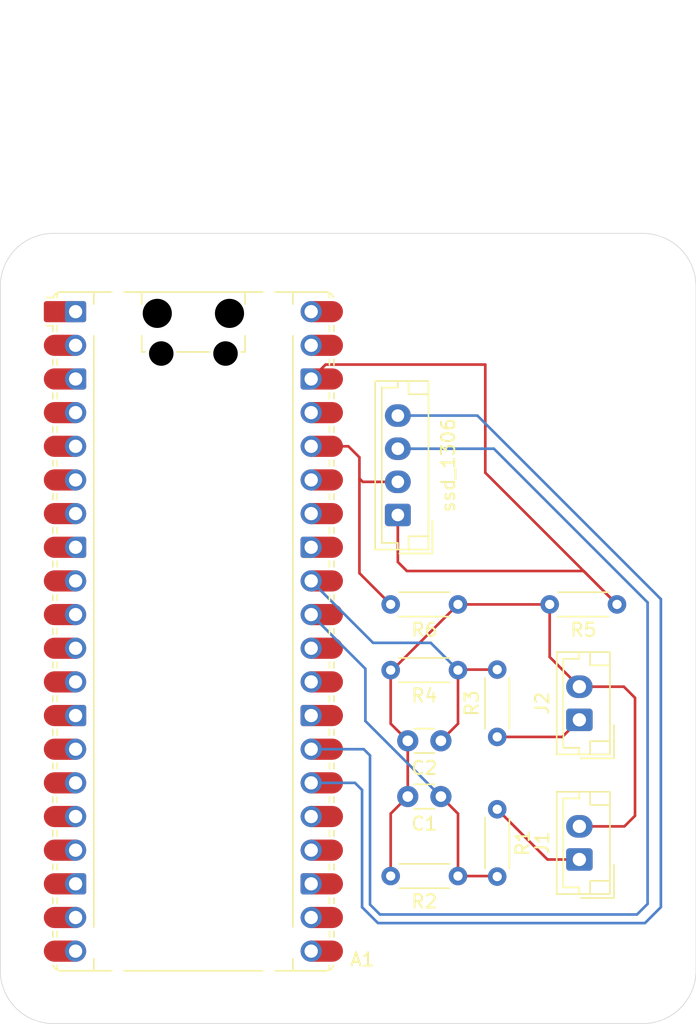
<source format=kicad_pcb>
(kicad_pcb (version 20241229) (generator "pcbnew") (generator_version "9.0")
  (layers (0 "F.Cu" signal) (2 "B.Cu" signal) (13 "F.Paste" user) (15 "B.Paste" user) (5 "F.SilkS" user "F.Silkscreen") (7 "B.SilkS" user "B.Silkscreen") (1 "F.Mask" user) (3 "B.Mask" user) (25 "Edge.Cuts" user))
  (net 0 "")
  (net 1 "/channel_1")
  (net 2 "/1.65V")
  (net 3 "Net-(J1-Pin_1)")
  (net 4 "/GND")
  (net 5 "/SDA")
  (net 6 "/3.3V")
  (net 7 "/SCL")
  (net 8 "/channel_0")
  (net 9 "Net-(J2-Pin_1)")
  (footprint "Capacitor_THT:C_Disc_D3.0mm_W1.6mm_P2.50mm" (layer "F.Cu") (at 143.75 114 180)
    (property "Reference" "C1" (at 1.25 -2.05 0) (layer "F.SilkS"))
    (property "Value" "10nF")
    (fp_line (start 2.015 0.92) (end 0.485 0.92) (stroke (width 0.12)) (layer "F.SilkS"))
    (fp_line (start 0.485 -0.92) (end 2.015 -0.92) (stroke (width 0.12)) (layer "F.SilkS"))
    (pad "1" thru_hole circle (at 0 0 180) (size 1.6 1.6) (drill 0.8) (layers "*.Cu" "*.Mask") (net 8 "/channel_0"))
    (pad "2" thru_hole circle (at 2.5 0 180) (size 1.6 1.6) (drill 0.8) (layers "*.Cu" "*.Mask") (net 2 "/1.65V"))
  )
  (footprint "Connector_JST:JST_EH_B2B-EH-A_1x02_P2.50mm_Vertical" (layer "F.Cu") (at 154.2 108.21 90)
    (property "Reference" "J2" (at 1.25 -2.8 90) (layer "F.SilkS"))
    (property "Value" "jst_pin_ch_1")
    (fp_line (start 5.11 -1.71) (end -2.61 -1.71) (stroke (width 0.12)) (layer "F.SilkS"))
    (fp_line (start -2.61 -1.71) (end -2.61 2.31) (stroke (width 0.12)) (layer "F.SilkS"))
    (fp_line (start 4.61 -1.21) (end 4.61 0) (stroke (width 0.12)) (layer "F.SilkS"))
    (fp_line (start -2.11 -1.21) (end 4.61 -1.21) (stroke (width 0.12)) (layer "F.SilkS"))
    (fp_line (start 4.61 0) (end 5.11 0) (stroke (width 0.12)) (layer "F.SilkS"))
    (fp_line (start -2.11 0) (end -2.11 -1.21) (stroke (width 0.12)) (layer "F.SilkS"))
    (fp_line (start -2.61 0) (end -2.11 0) (stroke (width 0.12)) (layer "F.SilkS"))
    (fp_line (start -2.91 0.11) (end -2.91 2.61) (stroke (width 0.12)) (layer "F.SilkS"))
    (fp_line (start 5.11 0.81) (end 4.11 0.81) (stroke (width 0.12)) (layer "F.SilkS"))
    (fp_line (start 4.11 0.81) (end 4.11 2.31) (stroke (width 0.12)) (layer "F.SilkS"))
    (fp_line (start -1.61 0.81) (end -1.61 2.31) (stroke (width 0.12)) (layer "F.SilkS"))
    (fp_line (start -2.61 0.81) (end -1.61 0.81) (stroke (width 0.12)) (layer "F.SilkS"))
    (fp_line (start 5.11 2.31) (end 5.11 -1.71) (stroke (width 0.12)) (layer "F.SilkS"))
    (fp_line (start -2.61 2.31) (end 5.11 2.31) (stroke (width 0.12)) (layer "F.SilkS"))
    (fp_line (start -2.91 2.61) (end -0.41 2.61) (stroke (width 0.12)) (layer "F.SilkS"))
    (pad "1" thru_hole roundrect (at 0 0 90) (size 1.7 2) (drill 1) (layers "*.Cu" "*.Mask") (roundrect_rratio 0.147059) (net 9 "Net-(J2-Pin_1)"))
    (pad "2" thru_hole oval (at 2.5 0 90) (size 1.7 2) (drill 1) (layers "*.Cu" "*.Mask") (net 2 "/1.65V"))
  )
  (footprint "Module:RaspberryPi_Pico_Common_Unspecified" (layer "F.Cu") (at 125.07 101.5375)
    (property "Reference" "A1" (at 11.7475 24.765 0) (layer "F.SilkS") (effects (justify left)))
    (property "Value" "RaspberryPi_Pico")
    (fp_line (start -10.61 -23.07) (end -11.09 -23.07) (stroke (width 0.12)) (layer "F.SilkS"))
    (fp_line (start -10.61 -23.07) (end -10.61 -22.65) (stroke (width 0.12)) (layer "F.SilkS"))
    (fp_line (start -10.61 -20.53) (end -10.61 -20.11) (stroke (width 0.12)) (layer "F.SilkS"))
    (fp_line (start -10.61 -17.99) (end -10.61 -17.57) (stroke (width 0.12)) (layer "F.SilkS"))
    (fp_line (start -10.61 -15.45) (end -10.61 -15.03) (stroke (width 0.12)) (layer "F.SilkS"))
    (fp_line (start -10.61 -12.91) (end -10.61 -12.49) (stroke (width 0.12)) (layer "F.SilkS"))
    (fp_line (start -10.61 -10.37) (end -10.61 -9.95) (stroke (width 0.12)) (layer "F.SilkS"))
    (fp_line (start -10.61 -7.83) (end -10.61 -7.41) (stroke (width 0.12)) (layer "F.SilkS"))
    (fp_line (start -10.61 -5.29) (end -10.61 -4.87) (stroke (width 0.12)) (layer "F.SilkS"))
    (fp_line (start -10.61 -2.75) (end -10.61 -2.33) (stroke (width 0.12)) (layer "F.SilkS"))
    (fp_line (start -10.61 -0.21) (end -10.61 0.21) (stroke (width 0.12)) (layer "F.SilkS"))
    (fp_line (start -10.61 2.33) (end -10.61 2.75) (stroke (width 0.12)) (layer "F.SilkS"))
    (fp_line (start -10.61 4.87) (end -10.61 5.29) (stroke (width 0.12)) (layer "F.SilkS"))
    (fp_line (start -10.61 7.41) (end -10.61 7.83) (stroke (width 0.12)) (layer "F.SilkS"))
    (fp_line (start -10.61 9.95) (end -10.61 10.37) (stroke (width 0.12)) (layer "F.SilkS"))
    (fp_line (start -10.61 12.49) (end -10.61 12.91) (stroke (width 0.12)) (layer "F.SilkS"))
    (fp_line (start -10.61 15.03) (end -10.61 15.45) (stroke (width 0.12)) (layer "F.SilkS"))
    (fp_line (start -10.61 17.57) (end -10.61 17.99) (stroke (width 0.12)) (layer "F.SilkS"))
    (fp_line (start -10.61 20.11) (end -10.61 20.53) (stroke (width 0.12)) (layer "F.SilkS"))
    (fp_line (start -10.61 22.65) (end -10.61 23.07) (stroke (width 0.12)) (layer "F.SilkS"))
    (fp_line (start -10.579676 -25.19) (end -11.09 -25.19) (stroke (width 0.12)) (layer "F.SilkS"))
    (fp_line (start -10.27 -25.189937) (end -10.27 -25.547) (stroke (width 0.12)) (layer "F.SilkS"))
    (fp_line (start -10.27 -23.07) (end -10.27 -22.65) (stroke (width 0.12)) (layer "F.SilkS"))
    (fp_line (start -10.27 -20.53) (end -10.27 -20.11) (stroke (width 0.12)) (layer "F.SilkS"))
    (fp_line (start -10.27 -17.99) (end -10.27 -17.57) (stroke (width 0.12)) (layer "F.SilkS"))
    (fp_line (start -10.27 -15.45) (end -10.27 -15.03) (stroke (width 0.12)) (layer "F.SilkS"))
    (fp_line (start -10.27 -12.91) (end -10.27 -12.49) (stroke (width 0.12)) (layer "F.SilkS"))
    (fp_line (start -10.27 -10.37) (end -10.27 -9.95) (stroke (width 0.12)) (layer "F.SilkS"))
    (fp_line (start -10.27 -7.83) (end -10.27 -7.41) (stroke (width 0.12)) (layer "F.SilkS"))
    (fp_line (start -10.27 -5.29) (end -10.27 -4.87) (stroke (width 0.12)) (layer "F.SilkS"))
    (fp_line (start -10.27 -2.75) (end -10.27 -2.33) (stroke (width 0.12)) (layer "F.SilkS"))
    (fp_line (start -10.27 -0.21) (end -10.27 0.21) (stroke (width 0.12)) (layer "F.SilkS"))
    (fp_line (start -10.27 2.33) (end -10.27 2.75) (stroke (width 0.12)) (layer "F.SilkS"))
    (fp_line (start -10.27 4.87) (end -10.27 5.29) (stroke (width 0.12)) (layer "F.SilkS"))
    (fp_line (start -10.27 7.41) (end -10.27 7.83) (stroke (width 0.12)) (layer "F.SilkS"))
    (fp_line (start -10.27 9.95) (end -10.27 10.37) (stroke (width 0.12)) (layer "F.SilkS"))
    (fp_line (start -10.27 12.49) (end -10.27 12.91) (stroke (width 0.12)) (layer "F.SilkS"))
    (fp_line (start -10.27 15.03) (end -10.27 15.45) (stroke (width 0.12)) (layer "F.SilkS"))
    (fp_line (start -10.27 17.57) (end -10.27 17.99) (stroke (width 0.12)) (layer "F.SilkS"))
    (fp_line (start -10.27 20.11) (end -10.27 20.53) (stroke (width 0.12)) (layer "F.SilkS"))
    (fp_line (start -10.27 22.65) (end -10.27 23.07) (stroke (width 0.12)) (layer "F.SilkS"))
    (fp_line (start -10.27 25.189937) (end -10.27 25.547) (stroke (width 0.12)) (layer "F.SilkS"))
    (fp_line (start -10 -25.61) (end -7.51 -25.61) (stroke (width 0.12)) (layer "F.SilkS"))
    (fp_line (start -10 25.61) (end -6.162061 25.61) (stroke (width 0.12)) (layer "F.SilkS"))
    (fp_line (start -7.51 -25.61) (end -7.51 -24.69648) (stroke (width 0.12)) (layer "F.SilkS"))
    (fp_line (start -7.51 -25.61) (end -6.16206 -25.61) (stroke (width 0.12)) (layer "F.SilkS"))
    (fp_line (start -7.51 -22.30352) (end -7.51 22.30352) (stroke (width 0.12)) (layer "F.SilkS"))
    (fp_line (start -7.51 24.69648) (end -7.51 25.61) (stroke (width 0.12)) (layer "F.SilkS"))
    (fp_line (start -5.237939 -25.61) (end -4.235 -25.61) (stroke (width 0.12)) (layer "F.SilkS"))
    (fp_line (start -4.235 -25.61) (end 4.235 -25.61) (stroke (width 0.12)) (layer "F.SilkS"))
    (fp_line (start -3.9 -25.61) (end -3.9 -24.694) (stroke (width 0.12)) (layer "F.SilkS"))
    (fp_line (start -3.9 -22.306) (end -3.9 -21.09) (stroke (width 0.12)) (layer "F.SilkS"))
    (fp_line (start -3.9 -21.09) (end -3.60391 -21.09) (stroke (width 0.12)) (layer "F.SilkS"))
    (fp_line (start -3.6 25.61) (end -5.237939 25.61) (stroke (width 0.12)) (layer "F.SilkS"))
    (fp_line (start -1.24609 -21.09) (end 1.24609 -21.09) (stroke (width 0.12)) (layer "F.SilkS"))
    (fp_line (start 3.6 25.61) (end -3.6 25.61) (stroke (width 0.12)) (layer "F.SilkS"))
    (fp_line (start 3.60391 -21.09) (end 3.9 -21.09) (stroke (width 0.12)) (layer "F.SilkS"))
    (fp_line (start 3.9 -25.61) (end 3.9 -24.694) (stroke (width 0.12)) (layer "F.SilkS"))
    (fp_line (start 3.9 -22.306) (end 3.9 -21.09) (stroke (width 0.12)) (layer "F.SilkS"))
    (fp_line (start 4.235 -25.61) (end 5.237939 -25.61) (stroke (width 0.12)) (layer "F.SilkS"))
    (fp_line (start 5.237939 25.61) (end 3.6 25.61) (stroke (width 0.12)) (layer "F.SilkS"))
    (fp_line (start 6.162061 -25.61) (end 7.51 -25.61) (stroke (width 0.12)) (layer "F.SilkS"))
    (fp_line (start 6.162061 25.61) (end 10 25.61) (stroke (width 0.12)) (layer "F.SilkS"))
    (fp_line (start 7.51 -25.61) (end 7.51 -24.69648) (stroke (width 0.12)) (layer "F.SilkS"))
    (fp_line (start 7.51 -22.30352) (end 7.51 22.30352) (stroke (width 0.12)) (layer "F.SilkS"))
    (fp_line (start 7.51 24.69648) (end 7.51 25.61) (stroke (width 0.12)) (layer "F.SilkS"))
    (fp_line (start 10 -25.61) (end 7.51 -25.61) (stroke (width 0.12)) (layer "F.SilkS"))
    (fp_line (start 10.27 -25.189937) (end 10.27 -25.547) (stroke (width 0.12)) (layer "F.SilkS"))
    (fp_line (start 10.27 -23.07) (end 10.27 -22.65) (stroke (width 0.12)) (layer "F.SilkS"))
    (fp_line (start 10.27 -20.53) (end 10.27 -20.11) (stroke (width 0.12)) (layer "F.SilkS"))
    (fp_line (start 10.27 -17.99) (end 10.27 -17.57) (stroke (width 0.12)) (layer "F.SilkS"))
    (fp_line (start 10.27 -15.45) (end 10.27 -15.03) (stroke (width 0.12)) (layer "F.SilkS"))
    (fp_line (start 10.27 -12.91) (end 10.27 -12.49) (stroke (width 0.12)) (layer "F.SilkS"))
    (fp_line (start 10.27 -10.37) (end 10.27 -9.95) (stroke (width 0.12)) (layer "F.SilkS"))
    (fp_line (start 10.27 -7.83) (end 10.27 -7.41) (stroke (width 0.12)) (layer "F.SilkS"))
    (fp_line (start 10.27 -5.29) (end 10.27 -4.87) (stroke (width 0.12)) (layer "F.SilkS"))
    (fp_line (start 10.27 -2.75) (end 10.27 -2.33) (stroke (width 0.12)) (layer "F.SilkS"))
    (fp_line (start 10.27 -0.21) (end 10.27 0.21) (stroke (width 0.12)) (layer "F.SilkS"))
    (fp_line (start 10.27 2.33) (end 10.27 2.75) (stroke (width 0.12)) (layer "F.SilkS"))
    (fp_line (start 10.27 4.87) (end 10.27 5.29) (stroke (width 0.12)) (layer "F.SilkS"))
    (fp_line (start 10.27 7.41) (end 10.27 7.83) (stroke (width 0.12)) (layer "F.SilkS"))
    (fp_line (start 10.27 9.95) (end 10.27 10.37) (stroke (width 0.12)) (layer "F.SilkS"))
    (fp_line (start 10.27 12.49) (end 10.27 12.91) (stroke (width 0.12)) (layer "F.SilkS"))
    (fp_line (start 10.27 15.03) (end 10.27 15.45) (stroke (width 0.12)) (layer "F.SilkS"))
    (fp_line (start 10.27 17.57) (end 10.27 17.99) (stroke (width 0.12)) (layer "F.SilkS"))
    (fp_line (start 10.27 20.11) (end 10.27 20.53) (stroke (width 0.12)) (layer "F.SilkS"))
    (fp_line (start 10.27 22.65) (end 10.27 23.07) (stroke (width 0.12)) (layer "F.SilkS"))
    (fp_line (start 10.27 25.189937) (end 10.27 25.547) (stroke (width 0.12)) (layer "F.SilkS"))
    (fp_line (start 10.61 -23.07) (end 10.61 -22.65) (stroke (width 0.12)) (layer "F.SilkS"))
    (fp_line (start 10.61 -20.53) (end 10.61 -20.11) (stroke (width 0.12)) (layer "F.SilkS"))
    (fp_line (start 10.61 -17.99) (end 10.61 -17.57) (stroke (width 0.12)) (layer "F.SilkS"))
    (fp_line (start 10.61 -15.45) (end 10.61 -15.03) (stroke (width 0.12)) (layer "F.SilkS"))
    (fp_line (start 10.61 -12.91) (end 10.61 -12.49) (stroke (width 0.12)) (layer "F.SilkS"))
    (fp_line (start 10.61 -10.37) (end 10.61 -9.95) (stroke (width 0.12)) (layer "F.SilkS"))
    (fp_line (start 10.61 -7.83) (end 10.61 -7.41) (stroke (width 0.12)) (layer "F.SilkS"))
    (fp_line (start 10.61 -5.29) (end 10.61 -4.87) (stroke (width 0.12)) (layer "F.SilkS"))
    (fp_line (start 10.61 -2.75) (end 10.61 -2.33) (stroke (width 0.12)) (layer "F.SilkS"))
    (fp_line (start 10.61 -0.21) (end 10.61 0.21) (stroke (width 0.12)) (layer "F.SilkS"))
    (fp_line (start 10.61 2.33) (end 10.61 2.75) (stroke (width 0.12)) (layer "F.SilkS"))
    (fp_line (start 10.61 4.87) (end 10.61 5.29) (stroke (width 0.12)) (layer "F.SilkS"))
    (fp_line (start 10.61 7.41) (end 10.61 7.83) (stroke (width 0.12)) (layer "F.SilkS"))
    (fp_line (start 10.61 9.95) (end 10.61 10.37) (stroke (width 0.12)) (layer "F.SilkS"))
    (fp_line (start 10.61 12.49) (end 10.61 12.91) (stroke (width 0.12)) (layer "F.SilkS"))
    (fp_line (start 10.61 15.03) (end 10.61 15.45) (stroke (width 0.12)) (layer "F.SilkS"))
    (fp_line (start 10.61 17.57) (end 10.61 17.99) (stroke (width 0.12)) (layer "F.SilkS"))
    (fp_line (start 10.61 20.11) (end 10.61 20.53) (stroke (width 0.12)) (layer "F.SilkS"))
    (fp_line (start 10.61 22.65) (end 10.61 23.07) (stroke (width 0.12)) (layer "F.SilkS"))
    (fp_arc (start -10.579676 -25.19) (mid -10.357938 -25.493944) (end -10 -25.61) (stroke (width 0.12)) (layer "F.SilkS"))
    (fp_arc (start -10 25.61) (mid -10.357937 25.493944) (end -10.579676 25.189937) (stroke (width 0.12)) (layer "F.SilkS"))
    (fp_arc (start 10 -25.61) (mid 10.357937 -25.493944) (end 10.579676 -25.189937) (stroke (width 0.12)) (layer "F.SilkS"))
    (fp_arc (start 10.579676 25.189937) (mid 10.357946 25.493957) (end 10 25.61) (stroke (width 0.12)) (layer "F.SilkS"))
    (pad "" np_thru_hole circle (at -2.725 -24) (size 2.2 2.2) (drill 2.2) (layers "*.Mask"))
    (pad "" np_thru_hole circle (at -2.425 -20.97) (size 1.85 1.85) (drill 1.85) (layers "*.Mask"))
    (pad "" np_thru_hole circle (at 2.425 -20.97) (size 1.85 1.85) (drill 1.85) (layers "*.Mask"))
    (pad "" np_thru_hole circle (at 2.725 -24) (size 2.2 2.2) (drill 2.2) (layers "*.Mask"))
    (pad "1" smd custom (at -9.69 -24.13) (size 1.6 0.8) (layers "F.Cu" "F.Mask") (options (clearance outline) (anchor rect)) (primitives (gr_circle (center 0.8 0) (end 1.6 0) (width 0) (fill yes)) (gr_poly (pts (xy -1.6 -0.6) (xy -1.6 0.6) (xy -1.4 0.8) (xy 0.8 0.8) (xy 0.8 -0.8) (xy -1.4 -0.8)) (width 0) (fill yes)) (gr_circle (center -1.4 -0.6) (end -1.2 -0.6) (width 0) (fill yes)) (gr_circle (center -1.4 0.6) (end -1.2 0.6) (width 0) (fill yes))))
    (pad "1" thru_hole roundrect (at -8.89 -24.13) (size 1.6 1.6) (drill 1) (layers "*.Cu" "*.Mask") (roundrect_rratio 0.125))
    (pad "2" smd roundrect (at -9.69 -21.59) (size 3.2 1.6) (layers "F.Cu" "F.Mask") (roundrect_rratio 0.5))
    (pad "2" thru_hole circle (at -8.89 -21.59) (size 1.6 1.6) (drill 1) (layers "*.Cu" "*.Mask"))
    (pad "3" smd custom (at -9.69 -19.05) (size 1.6 0.8) (layers "F.Cu" "F.Mask") (net 4 "/GND") (options (clearance outline) (anchor rect)) (primitives (gr_circle (center -0.8 0) (end 0 0) (width 0) (fill yes)) (gr_poly (pts (xy 1.6 -0.6) (xy 1.6 0.6) (xy 1.4 0.8) (xy -0.8 0.8) (xy -0.8 -0.8) (xy 1.4 -0.8)) (width 0) (fill yes)) (gr_circle (center 1.4 -0.6) (end 1.6 -0.6) (width 0) (fill yes)) (gr_circle (center 1.4 0.6) (end 1.6 0.6) (width 0) (fill yes))))
    (pad "3" thru_hole custom (at -8.89 -19.05) (size 1.6 1.6) (drill 1) (layers "*.Cu" "*.Mask") (net 4 "/GND") (options (clearance outline) (anchor circle)) (primitives (gr_poly (pts (xy 0.8 0.6) (xy 0.8 -0.6) (xy 0.6 -0.8) (xy 0 -0.8) (xy 0 0.8) (xy 0.6 0.8)) (width 0) (fill yes)) (gr_circle (center 0.6 0.6) (end 0.8 0.6) (width 0) (fill yes)) (gr_circle (center 0.6 -0.6) (end 0.8 -0.6) (width 0) (fill yes))))
    (pad "4" smd roundrect (at -9.69 -16.51) (size 3.2 1.6) (layers "F.Cu" "F.Mask") (roundrect_rratio 0.5))
    (pad "4" thru_hole circle (at -8.89 -16.51) (size 1.6 1.6) (drill 1) (layers "*.Cu" "*.Mask"))
    (pad "5" smd roundrect (at -9.69 -13.97) (size 3.2 1.6) (layers "F.Cu" "F.Mask") (roundrect_rratio 0.5))
    (pad "5" thru_hole circle (at -8.89 -13.97) (size 1.6 1.6) (drill 1) (layers "*.Cu" "*.Mask"))
    (pad "6" smd roundrect (at -9.69 -11.43) (size 3.2 1.6) (layers "F.Cu" "F.Mask") (roundrect_rratio 0.5))
    (pad "6" thru_hole circle (at -8.89 -11.43) (size 1.6 1.6) (drill 1) (layers "*.Cu" "*.Mask"))
    (pad "7" smd roundrect (at -9.69 -8.89) (size 3.2 1.6) (layers "F.Cu" "F.Mask") (roundrect_rratio 0.5))
    (pad "7" thru_hole circle (at -8.89 -8.89) (size 1.6 1.6) (drill 1) (layers "*.Cu" "*.Mask"))
    (pad "8" smd custom (at -9.69 -6.35) (size 1.6 0.8) (layers "F.Cu" "F.Mask") (net 4 "/GND") (options (clearance outline) (anchor rect)) (primitives (gr_circle (center -0.8 0) (end 0 0) (width 0) (fill yes)) (gr_poly (pts (xy 1.6 -0.6) (xy 1.6 0.6) (xy 1.4 0.8) (xy -0.8 0.8) (xy -0.8 -0.8) (xy 1.4 -0.8)) (width 0) (fill yes)) (gr_circle (center 1.4 -0.6) (end 1.6 -0.6) (width 0) (fill yes)) (gr_circle (center 1.4 0.6) (end 1.6 0.6) (width 0) (fill yes))))
    (pad "8" thru_hole custom (at -8.89 -6.35) (size 1.6 1.6) (drill 1) (layers "*.Cu" "*.Mask") (net 4 "/GND") (options (clearance outline) (anchor circle)) (primitives (gr_poly (pts (xy 0.8 0.6) (xy 0.8 -0.6) (xy 0.6 -0.8) (xy 0 -0.8) (xy 0 0.8) (xy 0.6 0.8)) (width 0) (fill yes)) (gr_circle (center 0.6 0.6) (end 0.8 0.6) (width 0) (fill yes)) (gr_circle (center 0.6 -0.6) (end 0.8 -0.6) (width 0) (fill yes))))
    (pad "9" smd roundrect (at -9.69 -3.81) (size 3.2 1.6) (layers "F.Cu" "F.Mask") (roundrect_rratio 0.5))
    (pad "9" thru_hole circle (at -8.89 -3.81) (size 1.6 1.6) (drill 1) (layers "*.Cu" "*.Mask"))
    (pad "10" smd roundrect (at -9.69 -1.27) (size 3.2 1.6) (layers "F.Cu" "F.Mask") (roundrect_rratio 0.5))
    (pad "10" thru_hole circle (at -8.89 -1.27) (size 1.6 1.6) (drill 1) (layers "*.Cu" "*.Mask"))
    (pad "11" smd roundrect (at -9.69 1.27) (size 3.2 1.6) (layers "F.Cu" "F.Mask") (roundrect_rratio 0.5))
    (pad "11" thru_hole circle (at -8.89 1.27) (size 1.6 1.6) (drill 1) (layers "*.Cu" "*.Mask"))
    (pad "12" smd roundrect (at -9.69 3.81) (size 3.2 1.6) (layers "F.Cu" "F.Mask") (roundrect_rratio 0.5))
    (pad "12" thru_hole circle (at -8.89 3.81) (size 1.6 1.6) (drill 1) (layers "*.Cu" "*.Mask"))
    (pad "13" smd custom (at -9.69 6.35) (size 1.6 0.8) (layers "F.Cu" "F.Mask") (net 4 "/GND") (options (clearance outline) (anchor rect)) (primitives (gr_circle (center -0.8 0) (end 0 0) (width 0) (fill yes)) (gr_poly (pts (xy 1.6 -0.6) (xy 1.6 0.6) (xy 1.4 0.8) (xy -0.8 0.8) (xy -0.8 -0.8) (xy 1.4 -0.8)) (width 0) (fill yes)) (gr_circle (center 1.4 -0.6) (end 1.6 -0.6) (width 0) (fill yes)) (gr_circle (center 1.4 0.6) (end 1.6 0.6) (width 0) (fill yes))))
    (pad "13" thru_hole custom (at -8.89 6.35) (size 1.6 1.6) (drill 1) (layers "*.Cu" "*.Mask") (net 4 "/GND") (options (clearance outline) (anchor circle)) (primitives (gr_poly (pts (xy 0.8 0.6) (xy 0.8 -0.6) (xy 0.6 -0.8) (xy 0 -0.8) (xy 0 0.8) (xy 0.6 0.8)) (width 0) (fill yes)) (gr_circle (center 0.6 0.6) (end 0.8 0.6) (width 0) (fill yes)) (gr_circle (center 0.6 -0.6) (end 0.8 -0.6) (width 0) (fill yes))))
    (pad "14" smd roundrect (at -9.69 8.89) (size 3.2 1.6) (layers "F.Cu" "F.Mask") (roundrect_rratio 0.5))
    (pad "14" thru_hole circle (at -8.89 8.89) (size 1.6 1.6) (drill 1) (layers "*.Cu" "*.Mask"))
    (pad "15" smd roundrect (at -9.69 11.43) (size 3.2 1.6) (layers "F.Cu" "F.Mask") (roundrect_rratio 0.5))
    (pad "15" thru_hole circle (at -8.89 11.43) (size 1.6 1.6) (drill 1) (layers "*.Cu" "*.Mask"))
    (pad "16" smd roundrect (at -9.69 13.97) (size 3.2 1.6) (layers "F.Cu" "F.Mask") (roundrect_rratio 0.5))
    (pad "16" thru_hole circle (at -8.89 13.97) (size 1.6 1.6) (drill 1) (layers "*.Cu" "*.Mask"))
    (pad "17" smd roundrect (at -9.69 16.51) (size 3.2 1.6) (layers "F.Cu" "F.Mask") (roundrect_rratio 0.5))
    (pad "17" thru_hole circle (at -8.89 16.51) (size 1.6 1.6) (drill 1) (layers "*.Cu" "*.Mask"))
    (pad "18" smd custom (at -9.69 19.05) (size 1.6 0.8) (layers "F.Cu" "F.Mask") (net 4 "/GND") (options (clearance outline) (anchor rect)) (primitives (gr_circle (center -0.8 0) (end 0 0) (width 0) (fill yes)) (gr_poly (pts (xy 1.6 -0.6) (xy 1.6 0.6) (xy 1.4 0.8) (xy -0.8 0.8) (xy -0.8 -0.8) (xy 1.4 -0.8)) (width 0) (fill yes)) (gr_circle (center 1.4 -0.6) (end 1.6 -0.6) (width 0) (fill yes)) (gr_circle (center 1.4 0.6) (end 1.6 0.6) (width 0) (fill yes))))
    (pad "18" thru_hole custom (at -8.89 19.05) (size 1.6 1.6) (drill 1) (layers "*.Cu" "*.Mask") (net 4 "/GND") (options (clearance outline) (anchor circle)) (primitives (gr_poly (pts (xy 0.8 0.6) (xy 0.8 -0.6) (xy 0.6 -0.8) (xy 0 -0.8) (xy 0 0.8) (xy 0.6 0.8)) (width 0) (fill yes)) (gr_circle (center 0.6 0.6) (end 0.8 0.6) (width 0) (fill yes)) (gr_circle (center 0.6 -0.6) (end 0.8 -0.6) (width 0) (fill yes))))
    (pad "19" smd roundrect (at -9.69 21.59) (size 3.2 1.6) (layers "F.Cu" "F.Mask") (roundrect_rratio 0.5))
    (pad "19" thru_hole circle (at -8.89 21.59) (size 1.6 1.6) (drill 1) (layers "*.Cu" "*.Mask"))
    (pad "20" smd roundrect (at -9.69 24.13) (size 3.2 1.6) (layers "F.Cu" "F.Mask") (roundrect_rratio 0.5))
    (pad "20" thru_hole circle (at -8.89 24.13) (size 1.6 1.6) (drill 1) (layers "*.Cu" "*.Mask"))
    (pad "21" thru_hole circle (at 8.89 24.13) (size 1.6 1.6) (drill 1) (layers "*.Cu" "*.Mask"))
    (pad "21" smd roundrect (at 9.69 24.13) (size 3.2 1.6) (layers "F.Cu" "F.Mask") (roundrect_rratio 0.5))
    (pad "22" thru_hole circle (at 8.89 21.59) (size 1.6 1.6) (drill 1) (layers "*.Cu" "*.Mask"))
    (pad "22" smd roundrect (at 9.69 21.59) (size 3.2 1.6) (layers "F.Cu" "F.Mask") (roundrect_rratio 0.5))
    (pad "23" thru_hole custom (at 8.89 19.05) (size 1.6 1.6) (drill 1) (layers "*.Cu" "*.Mask") (net 4 "/GND") (options (clearance outline) (anchor circle)) (primitives (gr_poly (pts (xy -0.8 0.6) (xy -0.8 -0.6) (xy -0.6 -0.8) (xy 0 -0.8) (xy 0 0.8) (xy -0.6 0.8)) (width 0) (fill yes)) (gr_circle (center -0.6 0.6) (end -0.4 0.6) (width 0) (fill yes)) (gr_circle (center -0.6 -0.6) (end -0.4 -0.6) (width 0) (fill yes))))
    (pad "23" smd custom (at 9.69 19.05) (size 1.6 0.8) (layers "F.Cu" "F.Mask") (net 4 "/GND") (options (clearance outline) (anchor rect)) (primitives (gr_circle (center 0.8 0) (end 1.6 0) (width 0) (fill yes)) (gr_poly (pts (xy -1.6 -0.6) (xy -1.6 0.6) (xy -1.4 0.8) (xy 0.8 0.8) (xy 0.8 -0.8) (xy -1.4 -0.8)) (width 0) (fill yes)) (gr_circle (center -1.4 -0.6) (end -1.2 -0.6) (width 0) (fill yes)) (gr_circle (center -1.4 0.6) (end -1.2 0.6) (width 0) (fill yes))))
    (pad "24" thru_hole circle (at 8.89 16.51) (size 1.6 1.6) (drill 1) (layers "*.Cu" "*.Mask"))
    (pad "24" smd roundrect (at 9.69 16.51) (size 3.2 1.6) (layers "F.Cu" "F.Mask") (roundrect_rratio 0.5))
    (pad "25" thru_hole circle (at 8.89 13.97) (size 1.6 1.6) (drill 1) (layers "*.Cu" "*.Mask"))
    (pad "25" smd roundrect (at 9.69 13.97) (size 3.2 1.6) (layers "F.Cu" "F.Mask") (roundrect_rratio 0.5))
    (pad "26" thru_hole circle (at 8.89 11.43) (size 1.6 1.6) (drill 1) (layers "*.Cu" "*.Mask") (net 5 "/SDA"))
    (pad "26" smd roundrect (at 9.69 11.43) (size 3.2 1.6) (layers "F.Cu" "F.Mask") (roundrect_rratio 0.5) (net 5 "/SDA"))
    (pad "27" thru_hole circle (at 8.89 8.89) (size 1.6 1.6) (drill 1) (layers "*.Cu" "*.Mask") (net 7 "/SCL"))
    (pad "27" smd roundrect (at 9.69 8.89) (size 3.2 1.6) (layers "F.Cu" "F.Mask") (roundrect_rratio 0.5) (net 7 "/SCL"))
    (pad "28" thru_hole custom (at 8.89 6.35) (size 1.6 1.6) (drill 1) (layers "*.Cu" "*.Mask") (net 4 "/GND") (options (clearance outline) (anchor circle)) (primitives (gr_poly (pts (xy -0.8 0.6) (xy -0.8 -0.6) (xy -0.6 -0.8) (xy 0 -0.8) (xy 0 0.8) (xy -0.6 0.8)) (width 0) (fill yes)) (gr_circle (center -0.6 0.6) (end -0.4 0.6) (width 0) (fill yes)) (gr_circle (center -0.6 -0.6) (end -0.4 -0.6) (width 0) (fill yes))))
    (pad "28" smd custom (at 9.69 6.35) (size 1.6 0.8) (layers "F.Cu" "F.Mask") (net 4 "/GND") (options (clearance outline) (anchor rect)) (primitives (gr_circle (center 0.8 0) (end 1.6 0) (width 0) (fill yes)) (gr_poly (pts (xy -1.6 -0.6) (xy -1.6 0.6) (xy -1.4 0.8) (xy 0.8 0.8) (xy 0.8 -0.8) (xy -1.4 -0.8)) (width 0) (fill yes)) (gr_circle (center -1.4 -0.6) (end -1.2 -0.6) (width 0) (fill yes)) (gr_circle (center -1.4 0.6) (end -1.2 0.6) (width 0) (fill yes))))
    (pad "29" thru_hole circle (at 8.89 3.81) (size 1.6 1.6) (drill 1) (layers "*.Cu" "*.Mask"))
    (pad "29" smd roundrect (at 9.69 3.81) (size 3.2 1.6) (layers "F.Cu" "F.Mask") (roundrect_rratio 0.5))
    (pad "30" thru_hole circle (at 8.89 1.27) (size 1.6 1.6) (drill 1) (layers "*.Cu" "*.Mask"))
    (pad "30" smd roundrect (at 9.69 1.27) (size 3.2 1.6) (layers "F.Cu" "F.Mask") (roundrect_rratio 0.5))
    (pad "31" thru_hole circle (at 8.89 -1.27) (size 1.6 1.6) (drill 1) (layers "*.Cu" "*.Mask") (net 8 "/channel_0"))
    (pad "31" smd roundrect (at 9.69 -1.27) (size 3.2 1.6) (layers "F.Cu" "F.Mask") (roundrect_rratio 0.5) (net 8 "/channel_0"))
    (pad "32" thru_hole circle (at 8.89 -3.81) (size 1.6 1.6) (drill 1) (layers "*.Cu" "*.Mask") (net 1 "/channel_1"))
    (pad "32" smd roundrect (at 9.69 -3.81) (size 3.2 1.6) (layers "F.Cu" "F.Mask") (roundrect_rratio 0.5) (net 1 "/channel_1"))
    (pad "33" thru_hole custom (at 8.89 -6.35) (size 1.6 1.6) (drill 1) (layers "*.Cu" "*.Mask") (options (clearance outline) (anchor circle)) (primitives (gr_poly (pts (xy -0.8 0.6) (xy -0.8 -0.6) (xy -0.6 -0.8) (xy 0 -0.8) (xy 0 0.8) (xy -0.6 0.8)) (width 0) (fill yes)) (gr_circle (center -0.6 0.6) (end -0.4 0.6) (width 0) (fill yes)) (gr_circle (center -0.6 -0.6) (end -0.4 -0.6) (width 0) (fill yes))))
    (pad "33" smd custom (at 9.69 -6.35) (size 1.6 0.8) (layers "F.Cu" "F.Mask") (options (clearance outline) (anchor rect)) (primitives (gr_circle (center 0.8 0) (end 1.6 0) (width 0) (fill yes)) (gr_poly (pts (xy -1.6 -0.6) (xy -1.6 0.6) (xy -1.4 0.8) (xy 0.8 0.8) (xy 0.8 -0.8) (xy -1.4 -0.8)) (width 0) (fill yes)) (gr_circle (center -1.4 -0.6) (end -1.2 -0.6) (width 0) (fill yes)) (gr_circle (center -1.4 0.6) (end -1.2 0.6) (width 0) (fill yes))))
    (pad "34" thru_hole circle (at 8.89 -8.89) (size 1.6 1.6) (drill 1) (layers "*.Cu" "*.Mask"))
    (pad "34" smd roundrect (at 9.69 -8.89) (size 3.2 1.6) (layers "F.Cu" "F.Mask") (roundrect_rratio 0.5))
    (pad "35" thru_hole circle (at 8.89 -11.43) (size 1.6 1.6) (drill 1) (layers "*.Cu" "*.Mask"))
    (pad "35" smd roundrect (at 9.69 -11.43) (size 3.2 1.6) (layers "F.Cu" "F.Mask") (roundrect_rratio 0.5))
    (pad "36" thru_hole circle (at 8.89 -13.97) (size 1.6 1.6) (drill 1) (layers "*.Cu" "*.Mask") (net 6 "/3.3V"))
    (pad "36" smd roundrect (at 9.69 -13.97) (size 3.2 1.6) (layers "F.Cu" "F.Mask") (roundrect_rratio 0.5) (net 6 "/3.3V"))
    (pad "37" thru_hole circle (at 8.89 -16.51) (size 1.6 1.6) (drill 1) (layers "*.Cu" "*.Mask"))
    (pad "37" smd roundrect (at 9.69 -16.51) (size 3.2 1.6) (layers "F.Cu" "F.Mask") (roundrect_rratio 0.5))
    (pad "38" thru_hole custom (at 8.89 -19.05) (size 1.6 1.6) (drill 1) (layers "*.Cu" "*.Mask") (net 4 "/GND") (options (clearance outline) (anchor circle)) (primitives (gr_poly (pts (xy -0.8 0.6) (xy -0.8 -0.6) (xy -0.6 -0.8) (xy 0 -0.8) (xy 0 0.8) (xy -0.6 0.8)) (width 0) (fill yes)) (gr_circle (center -0.6 0.6) (end -0.4 0.6) (width 0) (fill yes)) (gr_circle (center -0.6 -0.6) (end -0.4 -0.6) (width 0) (fill yes))))
    (pad "38" smd custom (at 9.69 -19.05) (size 1.6 0.8) (layers "F.Cu" "F.Mask") (net 4 "/GND") (options (clearance outline) (anchor rect)) (primitives (gr_circle (center 0.8 0) (end 1.6 0) (width 0) (fill yes)) (gr_poly (pts (xy -1.6 -0.6) (xy -1.6 0.6) (xy -1.4 0.8) (xy 0.8 0.8) (xy 0.8 -0.8) (xy -1.4 -0.8)) (width 0) (fill yes)) (gr_circle (center -1.4 -0.6) (end -1.2 -0.6) (width 0) (fill yes)) (gr_circle (center -1.4 0.6) (end -1.2 0.6) (width 0) (fill yes))))
    (pad "39" thru_hole circle (at 8.89 -21.59) (size 1.6 1.6) (drill 1) (layers "*.Cu" "*.Mask"))
    (pad "39" smd roundrect (at 9.69 -21.59) (size 3.2 1.6) (layers "F.Cu" "F.Mask") (roundrect_rratio 0.5))
    (pad "40" thru_hole circle (at 8.89 -24.13) (size 1.6 1.6) (drill 1) (layers "*.Cu" "*.Mask"))
    (pad "40" smd roundrect (at 9.69 -24.13) (size 3.2 1.6) (layers "F.Cu" "F.Mask") (roundrect_rratio 0.5))
  )
  (footprint "Resistor_THT:R_Axial_DIN0204_L3.6mm_D1.6mm_P5.08mm_Horizontal" (layer "F.Cu") (at 157.04 99.5 180)
    (property "Reference" "R5" (at 2.54 -1.92 0) (layer "F.SilkS"))
    (property "Value" "2K")
    (fp_line (start 0.62 0.92) (end 4.46 0.92) (stroke (width 0.12)) (layer "F.SilkS"))
    (fp_line (start 0.62 -0.92) (end 4.46 -0.92) (stroke (width 0.12)) (layer "F.SilkS"))
    (pad "1" thru_hole circle (at 0 0 180) (size 1.4 1.4) (drill 0.7) (layers "*.Cu" "*.Mask") (net 4 "/GND"))
    (pad "2" thru_hole circle (at 5.08 0 180) (size 1.4 1.4) (drill 0.7) (layers "*.Cu" "*.Mask") (net 2 "/1.65V"))
  )
  (footprint "Resistor_THT:R_Axial_DIN0204_L3.6mm_D1.6mm_P5.08mm_Horizontal" (layer "F.Cu") (at 148 114.96 -90)
    (property "Reference" "R1" (at 2.54 -1.92 90) (layer "F.SilkS"))
    (property "Value" "10K")
    (fp_line (start 0.62 0.92) (end 4.46 0.92) (stroke (width 0.12)) (layer "F.SilkS"))
    (fp_line (start 0.62 -0.92) (end 4.46 -0.92) (stroke (width 0.12)) (layer "F.SilkS"))
    (pad "1" thru_hole circle (at 0 0 270) (size 1.4 1.4) (drill 0.7) (layers "*.Cu" "*.Mask") (net 3 "Net-(J1-Pin_1)"))
    (pad "2" thru_hole circle (at 5.08 0 270) (size 1.4 1.4) (drill 0.7) (layers "*.Cu" "*.Mask") (net 8 "/channel_0"))
  )
  (footprint "Connector_JST:JST_EH_B4B-EH-A_1x04_P2.50mm_Vertical" (layer "F.Cu") (at 140.5 92.75 90)
    (property "Reference" "ssd_1306" (at 3.75 3.8 90) (layer "F.SilkS"))
    (property "Value" "ssd_1306")
    (fp_line (start 10.11 -1.71) (end -2.61 -1.71) (stroke (width 0.12)) (layer "F.SilkS"))
    (fp_line (start -2.61 -1.71) (end -2.61 2.31) (stroke (width 0.12)) (layer "F.SilkS"))
    (fp_line (start 9.61 -1.21) (end 9.61 0) (stroke (width 0.12)) (layer "F.SilkS"))
    (fp_line (start -2.11 -1.21) (end 9.61 -1.21) (stroke (width 0.12)) (layer "F.SilkS"))
    (fp_line (start 9.61 0) (end 10.11 0) (stroke (width 0.12)) (layer "F.SilkS"))
    (fp_line (start -2.11 0) (end -2.11 -1.21) (stroke (width 0.12)) (layer "F.SilkS"))
    (fp_line (start -2.61 0) (end -2.11 0) (stroke (width 0.12)) (layer "F.SilkS"))
    (fp_line (start -2.91 0.11) (end -2.91 2.61) (stroke (width 0.12)) (layer "F.SilkS"))
    (fp_line (start 10.11 0.81) (end 9.11 0.81) (stroke (width 0.12)) (layer "F.SilkS"))
    (fp_line (start 9.11 0.81) (end 9.11 2.31) (stroke (width 0.12)) (layer "F.SilkS"))
    (fp_line (start -1.61 0.81) (end -1.61 2.31) (stroke (width 0.12)) (layer "F.SilkS"))
    (fp_line (start -2.61 0.81) (end -1.61 0.81) (stroke (width 0.12)) (layer "F.SilkS"))
    (fp_line (start 10.11 2.31) (end 10.11 -1.71) (stroke (width 0.12)) (layer "F.SilkS"))
    (fp_line (start -2.61 2.31) (end 10.11 2.31) (stroke (width 0.12)) (layer "F.SilkS"))
    (fp_line (start -2.91 2.61) (end -0.41 2.61) (stroke (width 0.12)) (layer "F.SilkS"))
    (pad "1" thru_hole roundrect (at 0 0 90) (size 1.7 1.95) (drill 0.95) (layers "*.Cu" "*.Mask") (roundrect_rratio 0.147059) (net 4 "/GND"))
    (pad "2" thru_hole oval (at 2.5 0 90) (size 1.7 1.95) (drill 0.95) (layers "*.Cu" "*.Mask") (net 6 "/3.3V"))
    (pad "3" thru_hole oval (at 5 0 90) (size 1.7 1.95) (drill 0.95) (layers "*.Cu" "*.Mask") (net 7 "/SCL"))
    (pad "4" thru_hole oval (at 7.5 0 90) (size 1.7 1.95) (drill 0.95) (layers "*.Cu" "*.Mask") (net 5 "/SDA"))
  )
  (footprint "Resistor_THT:R_Axial_DIN0204_L3.6mm_D1.6mm_P5.08mm_Horizontal" (layer "F.Cu") (at 145.04 99.5 180)
    (property "Reference" "R6" (at 2.54 -1.92 0) (layer "F.SilkS"))
    (property "Value" "2K")
    (fp_line (start 0.62 0.92) (end 4.46 0.92) (stroke (width 0.12)) (layer "F.SilkS"))
    (fp_line (start 0.62 -0.92) (end 4.46 -0.92) (stroke (width 0.12)) (layer "F.SilkS"))
    (pad "1" thru_hole circle (at 0 0 180) (size 1.4 1.4) (drill 0.7) (layers "*.Cu" "*.Mask") (net 2 "/1.65V"))
    (pad "2" thru_hole circle (at 5.08 0 180) (size 1.4 1.4) (drill 0.7) (layers "*.Cu" "*.Mask") (net 6 "/3.3V"))
  )
  (footprint "Capacitor_THT:C_Disc_D3.0mm_W1.6mm_P2.50mm" (layer "F.Cu") (at 143.75 109.793333 180)
    (property "Reference" "C2" (at 1.25 -2.05 0) (layer "F.SilkS"))
    (property "Value" "10nF")
    (fp_line (start 2.015 0.92) (end 0.485 0.92) (stroke (width 0.12)) (layer "F.SilkS"))
    (fp_line (start 0.485 -0.92) (end 2.015 -0.92) (stroke (width 0.12)) (layer "F.SilkS"))
    (pad "1" thru_hole circle (at 0 0 180) (size 1.6 1.6) (drill 0.8) (layers "*.Cu" "*.Mask") (net 1 "/channel_1"))
    (pad "2" thru_hole circle (at 2.5 0 180) (size 1.6 1.6) (drill 0.8) (layers "*.Cu" "*.Mask") (net 2 "/1.65V"))
  )
  (footprint "Connector_JST:JST_EH_B2B-EH-A_1x02_P2.50mm_Vertical" (layer "F.Cu") (at 154.2 118.75 90)
    (property "Reference" "J1" (at 1.25 -2.8 90) (layer "F.SilkS"))
    (property "Value" "jst_pin_ch_0")
    (fp_line (start 5.11 -1.71) (end -2.61 -1.71) (stroke (width 0.12)) (layer "F.SilkS"))
    (fp_line (start -2.61 -1.71) (end -2.61 2.31) (stroke (width 0.12)) (layer "F.SilkS"))
    (fp_line (start 4.61 -1.21) (end 4.61 0) (stroke (width 0.12)) (layer "F.SilkS"))
    (fp_line (start -2.11 -1.21) (end 4.61 -1.21) (stroke (width 0.12)) (layer "F.SilkS"))
    (fp_line (start 4.61 0) (end 5.11 0) (stroke (width 0.12)) (layer "F.SilkS"))
    (fp_line (start -2.11 0) (end -2.11 -1.21) (stroke (width 0.12)) (layer "F.SilkS"))
    (fp_line (start -2.61 0) (end -2.11 0) (stroke (width 0.12)) (layer "F.SilkS"))
    (fp_line (start -2.91 0.11) (end -2.91 2.61) (stroke (width 0.12)) (layer "F.SilkS"))
    (fp_line (start 5.11 0.81) (end 4.11 0.81) (stroke (width 0.12)) (layer "F.SilkS"))
    (fp_line (start 4.11 0.81) (end 4.11 2.31) (stroke (width 0.12)) (layer "F.SilkS"))
    (fp_line (start -1.61 0.81) (end -1.61 2.31) (stroke (width 0.12)) (layer "F.SilkS"))
    (fp_line (start -2.61 0.81) (end -1.61 0.81) (stroke (width 0.12)) (layer "F.SilkS"))
    (fp_line (start 5.11 2.31) (end 5.11 -1.71) (stroke (width 0.12)) (layer "F.SilkS"))
    (fp_line (start -2.61 2.31) (end 5.11 2.31) (stroke (width 0.12)) (layer "F.SilkS"))
    (fp_line (start -2.91 2.61) (end -0.41 2.61) (stroke (width 0.12)) (layer "F.SilkS"))
    (pad "1" thru_hole roundrect (at 0 0 90) (size 1.7 2) (drill 1) (layers "*.Cu" "*.Mask") (roundrect_rratio 0.147059) (net 3 "Net-(J1-Pin_1)"))
    (pad "2" thru_hole oval (at 2.5 0 90) (size 1.7 2) (drill 1) (layers "*.Cu" "*.Mask") (net 2 "/1.65V"))
  )
  (footprint "Resistor_THT:R_Axial_DIN0204_L3.6mm_D1.6mm_P5.08mm_Horizontal" (layer "F.Cu") (at 145.04 120 180)
    (property "Reference" "R2" (at 2.54 -1.92 0) (layer "F.SilkS"))
    (property "Value" "1K")
    (fp_line (start 0.62 0.92) (end 4.46 0.92) (stroke (width 0.12)) (layer "F.SilkS"))
    (fp_line (start 0.62 -0.92) (end 4.46 -0.92) (stroke (width 0.12)) (layer "F.SilkS"))
    (pad "1" thru_hole circle (at 0 0 180) (size 1.4 1.4) (drill 0.7) (layers "*.Cu" "*.Mask") (net 8 "/channel_0"))
    (pad "2" thru_hole circle (at 5.08 0 180) (size 1.4 1.4) (drill 0.7) (layers "*.Cu" "*.Mask") (net 2 "/1.65V"))
  )
  (footprint "Resistor_THT:R_Axial_DIN0204_L3.6mm_D1.6mm_P5.08mm_Horizontal" (layer "F.Cu") (at 145.04 104.46 180)
    (property "Reference" "R4" (at 2.54 -1.92 0) (layer "F.SilkS"))
    (property "Value" "1K")
    (fp_line (start 0.62 0.92) (end 4.46 0.92) (stroke (width 0.12)) (layer "F.SilkS"))
    (fp_line (start 0.62 -0.92) (end 4.46 -0.92) (stroke (width 0.12)) (layer "F.SilkS"))
    (pad "1" thru_hole circle (at 0 0 180) (size 1.4 1.4) (drill 0.7) (layers "*.Cu" "*.Mask") (net 1 "/channel_1"))
    (pad "2" thru_hole circle (at 5.08 0 180) (size 1.4 1.4) (drill 0.7) (layers "*.Cu" "*.Mask") (net 2 "/1.65V"))
  )
  (footprint "Resistor_THT:R_Axial_DIN0204_L3.6mm_D1.6mm_P5.08mm_Horizontal" (layer "F.Cu") (at 148 109.5 90)
    (property "Reference" "R3" (at 2.54 -1.92 90) (layer "F.SilkS"))
    (property "Value" "10K")
    (fp_line (start 0.62 -0.92) (end 4.46 -0.92) (stroke (width 0.12)) (layer "F.SilkS"))
    (fp_line (start 0.62 0.92) (end 4.46 0.92) (stroke (width 0.12)) (layer "F.SilkS"))
    (pad "1" thru_hole circle (at 0 0 90) (size 1.4 1.4) (drill 0.7) (layers "*.Cu" "*.Mask") (net 9 "Net-(J2-Pin_1)"))
    (pad "2" thru_hole circle (at 5.08 0 90) (size 1.4 1.4) (drill 0.7) (layers "*.Cu" "*.Mask") (net 1 "/channel_1"))
  )
  (gr_arc (start 114.5 131.13) (mid 111.671573 129.958427) (end 110.5 127.13) (stroke (width 0.05)) (layer "Edge.Cuts"))
  (gr_line (start 163 75.5) (end 163 127.13) (stroke (width 0.05)) (layer "Edge.Cuts"))
  (gr_arc (start 110.5 75.5) (mid 111.671573 72.671573) (end 114.5 71.5) (stroke (width 0.05)) (layer "Edge.Cuts"))
  (gr_arc (start 163 127.13) (mid 161.828427 129.958427) (end 159 131.13) (stroke (width 0.05)) (layer "Edge.Cuts"))
  (gr_line (start 110.5 127.13) (end 110.5 75.5) (stroke (width 0.05)) (layer "Edge.Cuts"))
  (gr_line (start 159 131.13) (end 114.5 131.13) (stroke (width 0.05)) (layer "Edge.Cuts"))
  (gr_line (start 114.5 71.5) (end 159 71.5) (stroke (width 0.05)) (layer "Edge.Cuts"))
  (gr_arc (start 159 71.5) (mid 161.828427 72.671573) (end 163 75.5) (stroke (width 0.05)) (layer "Edge.Cuts"))
  (segment (start 145.15 104.46) (end 145.19 104.42) (width 0.2) (layer "F.Cu") (net 1))
  (segment (start 145.19 104.42) (end 148 104.42) (width 0.2) (layer "F.Cu") (net 1))
  (segment (start 145.04 104.46) (end 145.15 104.46) (width 0.2) (layer "F.Cu") (net 1))
  (segment (start 143.75 109.793333) (end 145.04 108.503333) (width 0.2) (layer "F.Cu") (net 1))
  (segment (start 145.04 108.503333) (end 145.04 104.46) (width 0.2) (layer "F.Cu") (net 1))
  (segment (start 142.98 102.4) (end 138.6325 102.4) (width 0.2) (layer "B.Cu") (net 1))
  (segment (start 145.04 104.46) (end 142.98 102.4) (width 0.2) (layer "B.Cu") (net 1))
  (segment (start 138.6325 102.4) (end 133.96 97.7275) (width 0.2) (layer "B.Cu") (net 1))
  (segment (start 154.2 105.71) (end 157.56 105.71) (width 0.2) (layer "F.Cu") (net 2))
  (segment (start 154.2 105.71) (end 151.96 103.47) (width 0.2) (layer "F.Cu") (net 2))
  (segment (start 157.56 105.71) (end 158.4 106.55) (width 0.2) (layer "F.Cu") (net 2))
  (segment (start 140.79 114.46) (end 141.25 114) (width 0.2) (layer "F.Cu") (net 2))
  (segment (start 140.08 104.46) (end 139.96 104.46) (width 0.2) (layer "F.Cu") (net 2))
  (segment (start 158.4 106.55) (end 158.4 115.45) (width 0.2) (layer "F.Cu") (net 2))
  (segment (start 141.043333 110) (end 141.25 109.793333) (width 0.2) (layer "F.Cu") (net 2))
  (segment (start 141.25 109.793333) (end 139.96 108.503333) (width 0.2) (layer "F.Cu") (net 2))
  (segment (start 141.25 109.793333) (end 141.25 114) (width 0.2) (layer "F.Cu") (net 2))
  (segment (start 145.04 99.5) (end 151.96 99.5) (width 0.2) (layer "F.Cu") (net 2))
  (segment (start 158.4 115.45) (end 157.6 116.25) (width 0.2) (layer "F.Cu") (net 2))
  (segment (start 139.96 115.29) (end 139.96 120) (width 0.2) (layer "F.Cu") (net 2))
  (segment (start 151.96 103.47) (end 151.96 99.5) (width 0.2) (layer "F.Cu") (net 2))
  (segment (start 145.04 99.5) (end 140.08 104.46) (width 0.2) (layer "F.Cu") (net 2))
  (segment (start 157.6 116.25) (end 154.2 116.25) (width 0.2) (layer "F.Cu") (net 2))
  (segment (start 141.25 114) (end 139.96 115.29) (width 0.2) (layer "F.Cu") (net 2))
  (segment (start 139.96 108.503333) (end 139.96 104.46) (width 0.2) (layer "F.Cu") (net 2))
  (segment (start 151.79 118.75) (end 154.2 118.75) (width 0.2) (layer "F.Cu") (net 3))
  (segment (start 148 114.96) (end 151.79 118.75) (width 0.2) (layer "F.Cu") (net 3))
  (segment (start 154.52 96.98) (end 141.18 96.98) (width 0.2) (layer "F.Cu") (net 4))
  (segment (start 147.1 81.4) (end 135.0475 81.4) (width 0.2) (layer "F.Cu") (net 4))
  (segment (start 157.04 99.5) (end 154.52 96.98) (width 0.2) (layer "F.Cu") (net 4))
  (segment (start 157.04 99.5) (end 147.1 89.56) (width 0.2) (layer "F.Cu") (net 4))
  (segment (start 154.52 96.98) (end 154.77 97.23) (width 0.2) (layer "F.Cu") (net 4))
  (segment (start 141.18 96.98) (end 140.5 96.3) (width 0.2) (layer "F.Cu") (net 4))
  (segment (start 135.0475 81.4) (end 133.96 82.4875) (width 0.2) (layer "F.Cu") (net 4))
  (segment (start 140.5 96.3) (end 140.5 92.75) (width 0.2) (layer "F.Cu") (net 4))
  (segment (start 147.1 89.56) (end 147.1 81.4) (width 0.2) (layer "F.Cu") (net 4))
  (segment (start 133.96 112.9675) (end 137.2675 112.9675) (width 0.2) (layer "B.Cu") (net 5))
  (segment (start 137.8 122.35) (end 139 123.55) (width 0.2) (layer "B.Cu") (net 5))
  (segment (start 160.35 99.1) (end 146.5 85.25) (width 0.2) (layer "B.Cu") (net 5))
  (segment (start 137.2675 112.9675) (end 137.8 113.5) (width 0.2) (layer "B.Cu") (net 5))
  (segment (start 137.8 113.5) (end 137.8 122.35) (width 0.2) (layer "B.Cu") (net 5))
  (segment (start 146.5 85.25) (end 140.5 85.25) (width 0.2) (layer "B.Cu") (net 5))
  (segment (start 159.15 123.55) (end 160.35 122.35) (width 0.2) (layer "B.Cu") (net 5))
  (segment (start 139 123.55) (end 159.15 123.55) (width 0.2) (layer "B.Cu") (net 5))
  (segment (start 160.35 122.35) (end 160.35 99.1) (width 0.2) (layer "B.Cu") (net 5))
  (segment (start 137.6 88.4) (end 136.7675 87.5675) (width 0.2) (layer "F.Cu") (net 6))
  (segment (start 137.85 90.25) (end 137.6 90) (width 0.2) (layer "F.Cu") (net 6))
  (segment (start 137.85 90.25) (end 140.5 90.25) (width 0.2) (layer "F.Cu") (net 6))
  (segment (start 137.6 90) (end 137.6 88.4) (width 0.2) (layer "F.Cu") (net 6))
  (segment (start 136.7675 87.5675) (end 133.96 87.5675) (width 0.2) (layer "F.Cu") (net 6))
  (segment (start 137.6 97.14) (end 137.6 90) (width 0.2) (layer "F.Cu") (net 6))
  (segment (start 139.96 99.5) (end 137.6 97.14) (width 0.2) (layer "F.Cu") (net 6))
  (segment (start 138.4 110.9) (end 138.4 122.15) (width 0.2) (layer "B.Cu") (net 7))
  (segment (start 138.4 122.15) (end 139.15 122.9) (width 0.2) (layer "B.Cu") (net 7))
  (segment (start 147.75 87.75) (end 140.5 87.75) (width 0.2) (layer "B.Cu") (net 7))
  (segment (start 137.9275 110.4275) (end 138.4 110.9) (width 0.2) (layer "B.Cu") (net 7))
  (segment (start 159.35 99.35) (end 147.75 87.75) (width 0.2) (layer "B.Cu") (net 7))
  (segment (start 139.15 122.9) (end 158.55 122.9) (width 0.2) (layer "B.Cu") (net 7))
  (segment (start 133.96 110.4275) (end 137.9275 110.4275) (width 0.2) (layer "B.Cu") (net 7))
  (segment (start 159.35 122.1) (end 159.35 99.35) (width 0.2) (layer "B.Cu") (net 7))
  (segment (start 158.55 122.9) (end 159.35 122.1) (width 0.2) (layer "B.Cu") (net 7))
  (segment (start 145.04 115.29) (end 145.04 120) (width 0.2) (layer "F.Cu") (net 8))
  (segment (start 147.54 120) (end 148 119.54) (width 0.2) (layer "F.Cu") (net 8))
  (segment (start 145.04 120) (end 147.54 120) (width 0.2) (layer "F.Cu") (net 8))
  (segment (start 143.75 114) (end 145.04 115.29) (width 0.2) (layer "F.Cu") (net 8))
  (segment (start 138.05 104.3575) (end 133.96 100.2675) (width 0.2) (layer "B.Cu") (net 8))
  (segment (start 138.05 108.3) (end 138.05 104.3575) (width 0.2) (layer "B.Cu") (net 8))
  (segment (start 143.75 114) (end 138.05 108.3) (width 0.2) (layer "B.Cu") (net 8))
  (segment (start 148 109.5) (end 152.91 109.5) (width 0.2) (layer "F.Cu") (net 9))
  (segment (start 152.91 109.5) (end 154.2 108.21) (width 0.2) (layer "F.Cu") (net 9))
)
</source>
